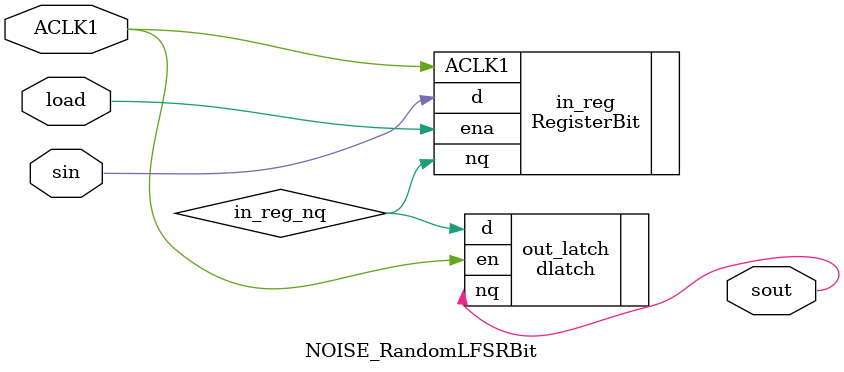
<source format=v>


module NoiseChan(
	ACLK1, nACLK2, 
	RES, DB, W400C, W400E, W400F, nLFO1, RND_LC, NORND, LOCK, 
	RND_out);

	input ACLK1;
	input nACLK2;

	input RES;
	inout [7:0] DB;
	input W400C;
	input W400E;
	input W400F;
	input nLFO1;
	output RND_LC;
	input NORND;
	input LOCK;	

	output [3:0] RND_out;

	// Internal wires

	wire [3:0] NF;
	wire [10:0] NNF;
	wire RSTEP;
	wire RNDOUT;
	wire [3:0] Vol;

	// Instantiate

	NOISE_FreqReg freq_reg (.ACLK1(ACLK1), .RES(RES), .W400E(W400E), .DB(DB), .NF(NF) );

	NOISE_Decoder dec (.NF(NF), .NNF(NNF) );

	NOISE_FreqLFSR freq_lfsr (.nACLK2(nACLK2), .ACLK1(ACLK1), .RES(RES), .NNF(NNF), .RSTEP(RSTEP) );

	NOISE_RandomLFSR rnd_lfsr (.ACLK1(ACLK1), .RSTEP(RSTEP), .NORND(NORND), .LOCK(LOCK), .W400E(W400E), .DB(DB), .RNDOUT(RNDOUT) );

	Envelope_Unit env_unit (.ACLK1(ACLK1), .RES(RES), .WR_Reg(W400C), .WR_LC(W400F), .n_LFO1(nLFO1), .DB(DB), .V(Vol), .LC(RND_LC) );

	assign RND_out = ~(~Vol | {4{RNDOUT}});

endmodule // NoiseChan

module NOISE_FreqReg (ACLK1, RES, W400E, DB, NF);

	input ACLK1;
	input RES;
	input W400E;
	inout [7:0] DB;
	output [3:0] NF;

	RegisterBitRes freq_reg [3:0] (.ACLK1(ACLK1), .ena(W400E), .d(DB[3:0]), .res(RES), .q(NF) );

endmodule // NOISE_FreqReg

module NOISE_Decoder (NF, NNF);

	input [3:0] NF;
	output [10:0] NNF;

	wire [15:0] Dec1_out;

	NOISE_Decoder1 dec1 (.Dec1_in(NF), .Dec1_out(Dec1_out) );
	NOISE_Decoder2 dec2 (.Dec2_in(Dec1_out), .Dec2_out(NNF) );

endmodule // NOISE_Decoder

module NOISE_Decoder1 (Dec1_in, Dec1_out);

	input [3:0] Dec1_in;
	output [15:0] Dec1_out;

	wire [3:0] F;
	wire [3:0] nF;

	assign F = Dec1_in;
	assign nF = ~Dec1_in;

	nor (Dec1_out[0], F[0], F[1], F[2], F[3]);
	nor (Dec1_out[1], nF[0], F[1], F[2], F[3]);
	nor (Dec1_out[2], F[0], nF[1], F[2], F[3]);
	nor (Dec1_out[3], nF[0], nF[1], F[2], F[3]);
	nor (Dec1_out[4], F[0], F[1], nF[2], F[3]);
	nor (Dec1_out[5], nF[0], F[1], nF[2], F[3]);
	nor (Dec1_out[6], F[0], nF[1], nF[2], F[3]);
	nor (Dec1_out[7], nF[0], nF[1], nF[2], F[3]);

	nor (Dec1_out[8], F[0], F[1], F[2], nF[3]);
	nor (Dec1_out[9], nF[0], F[1], F[2], nF[3]);
	nor (Dec1_out[10], F[0], nF[1], F[2], nF[3]);
	nor (Dec1_out[11], nF[0], nF[1], F[2], nF[3]);
	nor (Dec1_out[12], F[0], F[1], nF[2], nF[3]);
	nor (Dec1_out[13], nF[0], F[1], nF[2], nF[3]);
	nor (Dec1_out[14], F[0], nF[1], nF[2], nF[3]);
	nor (Dec1_out[15], nF[0], nF[1], nF[2], nF[3]);

endmodule // NOISE_Decoder1

module NOISE_Decoder2 (Dec2_in, Dec2_out);

	input [15:0] Dec2_in;
	output [10:0] Dec2_out;

	wire [15:0] d;
	assign d = Dec2_in;

	nor (Dec2_out[0], d[0], d[1], d[2], d[9], d[11], d[12], d[14], d[15]); 	// nor-8
	nor (Dec2_out[1], d[4], d[8], d[14], d[15]);  // nor-4
	nor (Dec2_out[2], d[0], d[1], d[2], d[3], d[4], d[5], d[6], d[8], d[11], d[12], d[14], d[15]);  // nor-12
	nor (Dec2_out[3], d[0], d[5], d[6], d[7], d[9], d[10], d[11], d[12], d[14], d[15]);  // nor-10
	nor (Dec2_out[4], d[0], d[1], d[2], d[6], d[7], d[8], d[9], d[10], d[11], d[12], d[13], d[14], d[15]);  // nor-13
	nor (Dec2_out[5], d[0], d[1], d[9], d[12], d[13], d[14], d[15]);  // nor-7
	nor (Dec2_out[6], d[0], d[1], d[2], d[3], d[4], d[8], d[9], d[10], d[13], d[14]);  // nor-10
	nor (Dec2_out[7], d[0], d[1], d[4], d[5], d[6], d[7], d[9], d[10], d[11], d[12], d[13], d[14], d[15]);  // nor-13
	nor (Dec2_out[8], d[0], d[1], d[2], d[3], d[6], d[7], d[10], d[11], d[12], d[13]);  // nor-10
	nor (Dec2_out[9], d[0], d[1], d[2], d[4], d[5], d[6], d[7], d[8], d[9], d[11], d[15]);  // nor-11
	nor (Dec2_out[10], d[0], d[1], d[2], d[3], d[4], d[5], d[6], d[7], d[8], d[9], d[10], d[11], d[13], d[14], d[15]);  // nor-15

endmodule // NOISE_Decoder2

module NOISE_FreqLFSR (nACLK2, ACLK1, RES, NNF, RSTEP);

	input nACLK2;
	input ACLK1;
	input RES;
	input [10:0] NNF;
	output RSTEP;

	wire ACLK4;
	wire [10:0] sout;
	wire step_load;
	wire NFLOAD;
	wire NFSTEP;
	wire NSIN;
	wire NFZ;
	wire NFOUT;

	assign ACLK4 = ~nACLK2;

	NOISE_FreqLFSRBit freq_lfsr [10:0] (.ACLK1(ACLK1), .load(NFLOAD), .step(NFSTEP), .val(NNF), .sin({NSIN,sout[10:1]}), .sout(sout) );

	nor (NFZ, sout[0], sout[1], sout[2], sout[3], sout[4], sout[5], sout[6], sout[7], sout[8], sout[9], sout[10]);
	nor (NFOUT, ~sout[0], sout[1], sout[2], sout[3], sout[4], sout[5], sout[6], sout[7], sout[8], sout[9], sout[10]);
	nor (step_load, ~NFOUT, RES);
	nor (NFLOAD, ~ACLK4, ~step_load);
	nor (NFSTEP, ~ACLK4, step_load);
	nor (NSIN, (sout[0] & sout[2]), ~(sout[0] | sout[2] | NFZ), RES);
	assign RSTEP = NFLOAD;

endmodule // NOISE_FreqLFSR

module NOISE_FreqLFSRBit (ACLK1, load, step, val, sin, sout);

	input ACLK1;
	input load;
	input step;
	input val;
	input sin;
	output sout;

	wire d;
	wire in_latch_nq;

	assign d = load ? val : (step ? sin : 1'bz);

	dlatch in_latch (.d(d), .en(1'b1), .nq(in_latch_nq) );
	dlatch out_latch (.d(in_latch_nq), .en(ACLK1), .nq(sout) );

endmodule // NOISE_FreqLFSRBit

module NOISE_RandomLFSR (ACLK1, RSTEP, NORND, LOCK, W400E, DB, RNDOUT);

	input ACLK1;
	input RSTEP;
	input NORND;
	input LOCK;
	input W400E;
	inout [7:0] DB;
	output RNDOUT;

	wire rmod_q;
	wire [14:0] sout;
	wire RIN;
	wire RSOZ;
	wire mux_out;

	RegisterBit rmod_reg (.ACLK1(ACLK1), .ena(W400E), .d(DB[7]), .q(rmod_q) );

	NOISE_RandomLFSRBit rnd_lfsr [14:0] (.ACLK1(ACLK1), .load(RSTEP), .sin({RIN,sout[14:1]}), .sout(sout) );

	nor (RSOZ, sout[0], sout[1], sout[2], sout[3], sout[4], sout[5], sout[6], sout[7], sout[8], sout[9], sout[10], sout[11], sout[12], sout[13], sout[14]);
	assign mux_out = rmod_q ? sout[6] : sout[1];
	nor (RIN, LOCK, ~(RSOZ | sout[0] | mux_out), (sout[0] & mux_out));
	nor (RNDOUT, ~(sout[0] | NORND), LOCK);

endmodule // NOISE_RandomLFSR

module NOISE_RandomLFSRBit (ACLK1, load, sin, sout);

	input ACLK1;
	input load;
	input sin;
	output sout;

	wire in_reg_nq;

	RegisterBit in_reg (.ACLK1(ACLK1), .ena(load), .d(sin), .nq(in_reg_nq) );
	dlatch out_latch (.d(in_reg_nq), .en(ACLK1), .nq(sout) );

endmodule // NOISE_RandomLFSRBit

</source>
